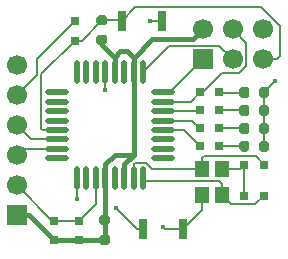
<source format=gbr>
%TF.GenerationSoftware,KiCad,Pcbnew,(5.1.8-0-10_14)*%
%TF.CreationDate,2020-12-07T18:30:00+01:00*%
%TF.ProjectId,cao,63616f2e-6b69-4636-9164-5f7063625858,rev?*%
%TF.SameCoordinates,Original*%
%TF.FileFunction,Copper,L1,Top*%
%TF.FilePolarity,Positive*%
%FSLAX46Y46*%
G04 Gerber Fmt 4.6, Leading zero omitted, Abs format (unit mm)*
G04 Created by KiCad (PCBNEW (5.1.8-0-10_14)) date 2020-12-07 18:30:00*
%MOMM*%
%LPD*%
G01*
G04 APERTURE LIST*
%TA.AperFunction,SMDPad,CuDef*%
%ADD10R,0.800000X1.700000*%
%TD*%
%TA.AperFunction,SMDPad,CuDef*%
%ADD11R,1.200000X1.400000*%
%TD*%
%TA.AperFunction,SMDPad,CuDef*%
%ADD12R,0.800000X0.800000*%
%TD*%
%TA.AperFunction,SMDPad,CuDef*%
%ADD13O,2.000000X0.550000*%
%TD*%
%TA.AperFunction,SMDPad,CuDef*%
%ADD14O,0.550000X2.000000*%
%TD*%
%TA.AperFunction,ComponentPad*%
%ADD15C,1.700000*%
%TD*%
%TA.AperFunction,ComponentPad*%
%ADD16R,1.700000X1.700000*%
%TD*%
%TA.AperFunction,SMDPad,CuDef*%
%ADD17R,0.800000X0.655600*%
%TD*%
%TA.AperFunction,SMDPad,CuDef*%
%ADD18R,0.655600X0.800000*%
%TD*%
%TA.AperFunction,ViaPad*%
%ADD19C,0.450000*%
%TD*%
%TA.AperFunction,Conductor*%
%ADD20C,0.200000*%
%TD*%
%TA.AperFunction,Conductor*%
%ADD21C,0.450000*%
%TD*%
G04 APERTURE END LIST*
D10*
%TO.P,SW2,2*%
%TO.N,GND*%
X137270000Y-93850000D03*
%TO.P,SW2,1*%
%TO.N,/BUT_0*%
X133870000Y-93850000D03*
%TD*%
%TO.P,SW1,2*%
%TO.N,GND*%
X135450000Y-76260000D03*
%TO.P,SW1,1*%
%TO.N,/RESET*%
X132050000Y-76260000D03*
%TD*%
D11*
%TO.P,Y1,3*%
%TO.N,Net-(C1-Pad1)*%
X140560000Y-90980000D03*
%TO.P,Y1,4*%
%TO.N,Net-(C1-Pad2)*%
X140560000Y-88780000D03*
%TO.P,Y1,1*%
%TO.N,Net-(C2-Pad1)*%
X138860000Y-88780000D03*
%TO.P,Y1,2*%
%TO.N,GND*%
X138860000Y-90980000D03*
%TD*%
%TO.P,R2,2*%
%TO.N,+5V*%
%TA.AperFunction,SMDPad,CuDef*%
G36*
G01*
X130357500Y-94340000D02*
X130882500Y-94340000D01*
G75*
G02*
X131095000Y-94552500I0J-212500D01*
G01*
X131095000Y-94977500D01*
G75*
G02*
X130882500Y-95190000I-212500J0D01*
G01*
X130357500Y-95190000D01*
G75*
G02*
X130145000Y-94977500I0J212500D01*
G01*
X130145000Y-94552500D01*
G75*
G02*
X130357500Y-94340000I212500J0D01*
G01*
G37*
%TD.AperFunction*%
%TO.P,R2,1*%
%TA.AperFunction,SMDPad,CuDef*%
G36*
G01*
X130357500Y-92690000D02*
X130882500Y-92690000D01*
G75*
G02*
X131095000Y-92902500I0J-212500D01*
G01*
X131095000Y-93327500D01*
G75*
G02*
X130882500Y-93540000I-212500J0D01*
G01*
X130357500Y-93540000D01*
G75*
G02*
X130145000Y-93327500I0J212500D01*
G01*
X130145000Y-92902500D01*
G75*
G02*
X130357500Y-92690000I212500J0D01*
G01*
G37*
%TD.AperFunction*%
%TD*%
%TO.P,R1,2*%
%TO.N,+5V*%
%TA.AperFunction,SMDPad,CuDef*%
G36*
G01*
X130117500Y-77440000D02*
X130642500Y-77440000D01*
G75*
G02*
X130855000Y-77652500I0J-212500D01*
G01*
X130855000Y-78077500D01*
G75*
G02*
X130642500Y-78290000I-212500J0D01*
G01*
X130117500Y-78290000D01*
G75*
G02*
X129905000Y-78077500I0J212500D01*
G01*
X129905000Y-77652500D01*
G75*
G02*
X130117500Y-77440000I212500J0D01*
G01*
G37*
%TD.AperFunction*%
%TO.P,R1,1*%
%TO.N,/RESET*%
%TA.AperFunction,SMDPad,CuDef*%
G36*
G01*
X130117500Y-75790000D02*
X130642500Y-75790000D01*
G75*
G02*
X130855000Y-76002500I0J-212500D01*
G01*
X130855000Y-76427500D01*
G75*
G02*
X130642500Y-76640000I-212500J0D01*
G01*
X130117500Y-76640000D01*
G75*
G02*
X129905000Y-76427500I0J212500D01*
G01*
X129905000Y-76002500D01*
G75*
G02*
X130117500Y-75790000I212500J0D01*
G01*
G37*
%TD.AperFunction*%
%TD*%
%TO.P,R3,2*%
%TO.N,GND*%
%TA.AperFunction,SMDPad,CuDef*%
G36*
G01*
X143680000Y-87132500D02*
X143680000Y-86607500D01*
G75*
G02*
X143892500Y-86395000I212500J0D01*
G01*
X144317500Y-86395000D01*
G75*
G02*
X144530000Y-86607500I0J-212500D01*
G01*
X144530000Y-87132500D01*
G75*
G02*
X144317500Y-87345000I-212500J0D01*
G01*
X143892500Y-87345000D01*
G75*
G02*
X143680000Y-87132500I0J212500D01*
G01*
G37*
%TD.AperFunction*%
%TO.P,R3,1*%
%TO.N,Net-(D1-Pad2)*%
%TA.AperFunction,SMDPad,CuDef*%
G36*
G01*
X142030000Y-87132500D02*
X142030000Y-86607500D01*
G75*
G02*
X142242500Y-86395000I212500J0D01*
G01*
X142667500Y-86395000D01*
G75*
G02*
X142880000Y-86607500I0J-212500D01*
G01*
X142880000Y-87132500D01*
G75*
G02*
X142667500Y-87345000I-212500J0D01*
G01*
X142242500Y-87345000D01*
G75*
G02*
X142030000Y-87132500I0J212500D01*
G01*
G37*
%TD.AperFunction*%
%TD*%
%TO.P,R6,2*%
%TO.N,GND*%
%TA.AperFunction,SMDPad,CuDef*%
G36*
G01*
X143680000Y-82578500D02*
X143680000Y-82053500D01*
G75*
G02*
X143892500Y-81841000I212500J0D01*
G01*
X144317500Y-81841000D01*
G75*
G02*
X144530000Y-82053500I0J-212500D01*
G01*
X144530000Y-82578500D01*
G75*
G02*
X144317500Y-82791000I-212500J0D01*
G01*
X143892500Y-82791000D01*
G75*
G02*
X143680000Y-82578500I0J212500D01*
G01*
G37*
%TD.AperFunction*%
%TO.P,R6,1*%
%TO.N,Net-(D4-Pad2)*%
%TA.AperFunction,SMDPad,CuDef*%
G36*
G01*
X142030000Y-82578500D02*
X142030000Y-82053500D01*
G75*
G02*
X142242500Y-81841000I212500J0D01*
G01*
X142667500Y-81841000D01*
G75*
G02*
X142880000Y-82053500I0J-212500D01*
G01*
X142880000Y-82578500D01*
G75*
G02*
X142667500Y-82791000I-212500J0D01*
G01*
X142242500Y-82791000D01*
G75*
G02*
X142030000Y-82578500I0J212500D01*
G01*
G37*
%TD.AperFunction*%
%TD*%
%TO.P,R4,2*%
%TO.N,GND*%
%TA.AperFunction,SMDPad,CuDef*%
G36*
G01*
X143680000Y-85626500D02*
X143680000Y-85101500D01*
G75*
G02*
X143892500Y-84889000I212500J0D01*
G01*
X144317500Y-84889000D01*
G75*
G02*
X144530000Y-85101500I0J-212500D01*
G01*
X144530000Y-85626500D01*
G75*
G02*
X144317500Y-85839000I-212500J0D01*
G01*
X143892500Y-85839000D01*
G75*
G02*
X143680000Y-85626500I0J212500D01*
G01*
G37*
%TD.AperFunction*%
%TO.P,R4,1*%
%TO.N,Net-(D2-Pad2)*%
%TA.AperFunction,SMDPad,CuDef*%
G36*
G01*
X142030000Y-85626500D02*
X142030000Y-85101500D01*
G75*
G02*
X142242500Y-84889000I212500J0D01*
G01*
X142667500Y-84889000D01*
G75*
G02*
X142880000Y-85101500I0J-212500D01*
G01*
X142880000Y-85626500D01*
G75*
G02*
X142667500Y-85839000I-212500J0D01*
G01*
X142242500Y-85839000D01*
G75*
G02*
X142030000Y-85626500I0J212500D01*
G01*
G37*
%TD.AperFunction*%
%TD*%
%TO.P,R5,2*%
%TO.N,GND*%
%TA.AperFunction,SMDPad,CuDef*%
G36*
G01*
X143680000Y-84102500D02*
X143680000Y-83577500D01*
G75*
G02*
X143892500Y-83365000I212500J0D01*
G01*
X144317500Y-83365000D01*
G75*
G02*
X144530000Y-83577500I0J-212500D01*
G01*
X144530000Y-84102500D01*
G75*
G02*
X144317500Y-84315000I-212500J0D01*
G01*
X143892500Y-84315000D01*
G75*
G02*
X143680000Y-84102500I0J212500D01*
G01*
G37*
%TD.AperFunction*%
%TO.P,R5,1*%
%TO.N,Net-(D3-Pad2)*%
%TA.AperFunction,SMDPad,CuDef*%
G36*
G01*
X142030000Y-84102500D02*
X142030000Y-83577500D01*
G75*
G02*
X142242500Y-83365000I212500J0D01*
G01*
X142667500Y-83365000D01*
G75*
G02*
X142880000Y-83577500I0J-212500D01*
G01*
X142880000Y-84102500D01*
G75*
G02*
X142667500Y-84315000I-212500J0D01*
G01*
X142242500Y-84315000D01*
G75*
G02*
X142030000Y-84102500I0J212500D01*
G01*
G37*
%TD.AperFunction*%
%TD*%
D12*
%TO.P,D2,1*%
%TO.N,/LED_1*%
X138684000Y-85344000D03*
%TO.P,D2,2*%
%TO.N,Net-(D2-Pad2)*%
X140284000Y-85344000D03*
%TD*%
%TO.P,D3,1*%
%TO.N,/LED_2*%
X138684000Y-83820000D03*
%TO.P,D3,2*%
%TO.N,Net-(D3-Pad2)*%
X140284000Y-83820000D03*
%TD*%
D13*
%TO.P,U1,32*%
%TO.N,Net-(U1-Pad32)*%
X126564000Y-87890000D03*
%TO.P,U1,31*%
%TO.N,/MCU_TX*%
X126564000Y-87090000D03*
%TO.P,U1,30*%
%TO.N,/MCU_RX*%
X126564000Y-86290000D03*
%TO.P,U1,29*%
%TO.N,/RESET*%
X126564000Y-85490000D03*
%TO.P,U1,28*%
%TO.N,Net-(U1-Pad28)*%
X126564000Y-84690000D03*
%TO.P,U1,27*%
%TO.N,Net-(U1-Pad27)*%
X126564000Y-83890000D03*
%TO.P,U1,26*%
%TO.N,Net-(U1-Pad26)*%
X126564000Y-83090000D03*
%TO.P,U1,25*%
%TO.N,Net-(U1-Pad25)*%
X126564000Y-82290000D03*
D14*
%TO.P,U1,24*%
%TO.N,Net-(U1-Pad24)*%
X128264000Y-80590000D03*
%TO.P,U1,23*%
%TO.N,Net-(U1-Pad23)*%
X129064000Y-80590000D03*
%TO.P,U1,22*%
%TO.N,Net-(U1-Pad22)*%
X129864000Y-80590000D03*
%TO.P,U1,21*%
%TO.N,GND*%
X130664000Y-80590000D03*
%TO.P,U1,20*%
%TO.N,+5V*%
X131464000Y-80590000D03*
%TO.P,U1,19*%
%TO.N,Net-(U1-Pad19)*%
X132264000Y-80590000D03*
%TO.P,U1,18*%
%TO.N,+5V*%
X133064000Y-80590000D03*
%TO.P,U1,17*%
%TO.N,/SCK*%
X133864000Y-80590000D03*
D13*
%TO.P,U1,16*%
%TO.N,/MISO*%
X135564000Y-82290000D03*
%TO.P,U1,15*%
%TO.N,/LED_3*%
X135564000Y-83090000D03*
%TO.P,U1,14*%
%TO.N,/LED_2*%
X135564000Y-83890000D03*
%TO.P,U1,13*%
%TO.N,/LED_1*%
X135564000Y-84690000D03*
%TO.P,U1,12*%
%TO.N,/LED_0*%
X135564000Y-85490000D03*
%TO.P,U1,11*%
%TO.N,Net-(U1-Pad11)*%
X135564000Y-86290000D03*
%TO.P,U1,10*%
%TO.N,Net-(U1-Pad10)*%
X135564000Y-87090000D03*
%TO.P,U1,9*%
%TO.N,Net-(U1-Pad9)*%
X135564000Y-87890000D03*
D14*
%TO.P,U1,8*%
%TO.N,Net-(C1-Pad1)*%
X133864000Y-89590000D03*
%TO.P,U1,7*%
%TO.N,Net-(C2-Pad1)*%
X133064000Y-89590000D03*
%TO.P,U1,6*%
%TO.N,+5V*%
X132264000Y-89590000D03*
%TO.P,U1,5*%
%TO.N,N/C*%
X131464000Y-89590000D03*
%TO.P,U1,4*%
%TO.N,+5V*%
X130664000Y-89590000D03*
%TO.P,U1,3*%
%TO.N,GND*%
X129864000Y-89590000D03*
%TO.P,U1,2*%
%TO.N,Net-(U1-Pad2)*%
X129064000Y-89590000D03*
%TO.P,U1,1*%
%TO.N,/BUT_0*%
X128264000Y-89590000D03*
%TD*%
D15*
%TO.P,J2,5*%
%TO.N,/RESET*%
X144018000Y-79502000D03*
%TO.P,J2,6*%
%TO.N,GND*%
X144018000Y-76962000D03*
%TO.P,J2,3*%
%TO.N,/SCK*%
X141478000Y-79502000D03*
%TO.P,J2,4*%
%TO.N,/LED_3*%
X141478000Y-76962000D03*
D16*
%TO.P,J2,1*%
%TO.N,/MISO*%
X138938000Y-79502000D03*
D15*
%TO.P,J2,2*%
%TO.N,+5V*%
X138938000Y-76962000D03*
%TD*%
%TO.P,J1,6*%
%TO.N,Net-(J1-Pad6)*%
X123190000Y-80010000D03*
%TO.P,J1,5*%
%TO.N,Net-(C3-Pad2)*%
X123190000Y-82550000D03*
%TO.P,J1,4*%
%TO.N,/MCU_RX*%
X123190000Y-85090000D03*
%TO.P,J1,3*%
%TO.N,/MCU_TX*%
X123190000Y-87630000D03*
%TO.P,J1,2*%
%TO.N,GND*%
X123190000Y-90170000D03*
D16*
%TO.P,J1,1*%
%TO.N,+5V*%
X123190000Y-92710000D03*
%TD*%
D12*
%TO.P,D4,1*%
%TO.N,/LED_3*%
X138684000Y-82296000D03*
%TO.P,D4,2*%
%TO.N,Net-(D4-Pad2)*%
X140284000Y-82296000D03*
%TD*%
%TO.P,D1,1*%
%TO.N,/LED_0*%
X138684000Y-86868000D03*
%TO.P,D1,2*%
%TO.N,Net-(D1-Pad2)*%
X140284000Y-86868000D03*
%TD*%
D17*
%TO.P,C5,2*%
%TO.N,GND*%
X128475000Y-93165000D03*
%TO.P,C5,1*%
%TO.N,+5V*%
X128485000Y-94825000D03*
%TD*%
%TO.P,C4,2*%
%TO.N,GND*%
X126355000Y-93165000D03*
%TO.P,C4,1*%
%TO.N,+5V*%
X126365000Y-94825000D03*
%TD*%
%TO.P,C3,2*%
%TO.N,Net-(C3-Pad2)*%
X128075000Y-76255000D03*
%TO.P,C3,1*%
%TO.N,/RESET*%
X128085000Y-77915000D03*
%TD*%
D18*
%TO.P,C2,2*%
%TO.N,Net-(C1-Pad2)*%
X142430000Y-88430000D03*
%TO.P,C2,1*%
%TO.N,Net-(C2-Pad1)*%
X144090000Y-88420000D03*
%TD*%
%TO.P,C1,2*%
%TO.N,Net-(C1-Pad2)*%
X142430000Y-91060000D03*
%TO.P,C1,1*%
%TO.N,Net-(C1-Pad1)*%
X144090000Y-91050000D03*
%TD*%
D19*
%TO.N,GND*%
X134490000Y-76240000D03*
X130660000Y-82110000D03*
X145060000Y-81310000D03*
X135560000Y-93710000D03*
%TO.N,/BUT_0*%
X128250000Y-91340000D03*
X131610000Y-92110000D03*
%TD*%
D20*
%TO.N,Net-(C1-Pad2)*%
X142290000Y-88570000D02*
X142430000Y-88430000D01*
X142430000Y-88430000D02*
X142430000Y-91060000D01*
X142080000Y-88780000D02*
X142430000Y-88430000D01*
X140560000Y-88780000D02*
X142080000Y-88780000D01*
%TO.N,Net-(C1-Pad1)*%
X143379999Y-91760001D02*
X144090000Y-91050000D01*
X141340001Y-91760001D02*
X143379999Y-91760001D01*
X140560000Y-90980000D02*
X141340001Y-91760001D01*
X134054001Y-89780001D02*
X133864000Y-89590000D01*
X140260001Y-89780001D02*
X134054001Y-89780001D01*
X140560000Y-90080000D02*
X140260001Y-89780001D01*
X140560000Y-90980000D02*
X140560000Y-90080000D01*
%TO.N,Net-(C2-Pad1)*%
X133064000Y-89590000D02*
X133064000Y-88851814D01*
X134592186Y-88780000D02*
X138860000Y-88780000D01*
X133164010Y-88289990D02*
X134102176Y-88289990D01*
X134102176Y-88289990D02*
X134592186Y-88780000D01*
X133064000Y-88390000D02*
X133164010Y-88289990D01*
X133064000Y-89590000D02*
X133064000Y-88390000D01*
X143399999Y-87729999D02*
X144090000Y-88420000D01*
X139010001Y-87729999D02*
X143399999Y-87729999D01*
X138860000Y-87880000D02*
X139010001Y-87729999D01*
X138860000Y-88780000D02*
X138860000Y-87880000D01*
%TO.N,Net-(C3-Pad2)*%
X124863982Y-80876018D02*
X123190000Y-82550000D01*
X124863982Y-79466018D02*
X124863982Y-80876018D01*
X128075000Y-76255000D02*
X124863982Y-79466018D01*
%TO.N,/RESET*%
X145475001Y-79247080D02*
X145220081Y-79502000D01*
X145220081Y-79502000D02*
X144018000Y-79502000D01*
X145475001Y-76716999D02*
X145475001Y-79247080D01*
X143868001Y-75109999D02*
X145475001Y-76716999D01*
X133200001Y-75109999D02*
X143868001Y-75109999D01*
X132050000Y-76260000D02*
X133200001Y-75109999D01*
X128680000Y-77915000D02*
X130380000Y-76215000D01*
X128085000Y-77915000D02*
X128680000Y-77915000D01*
X132005000Y-76215000D02*
X132050000Y-76260000D01*
X130380000Y-76215000D02*
X132005000Y-76215000D01*
X125364000Y-85490000D02*
X126564000Y-85490000D01*
X125263990Y-85389990D02*
X125364000Y-85490000D01*
X125263990Y-80736010D02*
X125263990Y-85389990D01*
X128085000Y-77915000D02*
X125263990Y-80736010D01*
%TO.N,GND*%
X126185000Y-93165000D02*
X126355000Y-93165000D01*
X123190000Y-90170000D02*
X126185000Y-93165000D01*
X126355000Y-93165000D02*
X128475000Y-93165000D01*
X129864000Y-91776000D02*
X129864000Y-89590000D01*
X128475000Y-93165000D02*
X129864000Y-91776000D01*
X130664000Y-82106000D02*
X130660000Y-82110000D01*
X130664000Y-80590000D02*
X130664000Y-82106000D01*
X135430000Y-76240000D02*
X135450000Y-76260000D01*
X134490000Y-76240000D02*
X135430000Y-76240000D01*
X144105000Y-82265000D02*
X145060000Y-81310000D01*
X144105000Y-86870000D02*
X144105000Y-82265000D01*
X135700000Y-93850000D02*
X135560000Y-93710000D01*
X137270000Y-93850000D02*
X135700000Y-93850000D01*
X138860000Y-92260000D02*
X137270000Y-93850000D01*
X138860000Y-90980000D02*
X138860000Y-92260000D01*
D21*
%TO.N,+5V*%
X124250000Y-92710000D02*
X126365000Y-94825000D01*
X123190000Y-92710000D02*
X124250000Y-92710000D01*
X126365000Y-94825000D02*
X128485000Y-94825000D01*
X132264000Y-88390000D02*
X132264000Y-89590000D01*
D20*
X132163990Y-88289990D02*
X132264000Y-88390000D01*
D21*
X131680000Y-87570000D02*
X133079980Y-87570000D01*
D20*
X130664000Y-88390000D02*
X130764010Y-88289990D01*
D21*
X130664000Y-89590000D02*
X130664000Y-88390000D01*
X133064000Y-87590000D02*
X133064000Y-80590000D01*
X132264000Y-88390000D02*
X133064000Y-87590000D01*
D20*
X131464000Y-79390000D02*
X131464000Y-80590000D01*
X131564010Y-79289990D02*
X131464000Y-79390000D01*
D21*
X131464000Y-79374000D02*
X130380000Y-78290000D01*
X131464000Y-80590000D02*
X131464000Y-79374000D01*
X133064000Y-80590000D02*
X133064000Y-79390000D01*
X131484000Y-87570000D02*
X130664000Y-88390000D01*
X131680000Y-87570000D02*
X131484000Y-87570000D01*
D20*
X130560000Y-94825000D02*
X130620000Y-94765000D01*
D21*
X128485000Y-94825000D02*
X130560000Y-94825000D01*
D20*
X130620000Y-89634000D02*
X130664000Y-89590000D01*
D21*
X130620000Y-94765000D02*
X130620000Y-89634000D01*
D20*
X131464000Y-79374000D02*
X131464000Y-79296000D01*
D21*
X131464000Y-79296000D02*
X131920000Y-78840000D01*
X132514000Y-78840000D02*
X133064000Y-79390000D01*
X131920000Y-78840000D02*
X132514000Y-78840000D01*
X134642001Y-77811999D02*
X138088001Y-77811999D01*
X138088001Y-77811999D02*
X138938000Y-76962000D01*
X133064000Y-79390000D02*
X134642001Y-77811999D01*
D20*
%TO.N,/LED_0*%
X137306000Y-85490000D02*
X138684000Y-86868000D01*
X135564000Y-85490000D02*
X137306000Y-85490000D01*
%TO.N,Net-(D1-Pad2)*%
X142453000Y-86868000D02*
X142455000Y-86870000D01*
X140284000Y-86868000D02*
X142453000Y-86868000D01*
%TO.N,/LED_1*%
X138030000Y-84690000D02*
X138684000Y-85344000D01*
X135564000Y-84690000D02*
X138030000Y-84690000D01*
%TO.N,Net-(D2-Pad2)*%
X142435000Y-85344000D02*
X142455000Y-85364000D01*
X140284000Y-85344000D02*
X142435000Y-85344000D01*
%TO.N,/LED_2*%
X138614000Y-83890000D02*
X138684000Y-83820000D01*
X135564000Y-83890000D02*
X138614000Y-83890000D01*
%TO.N,Net-(D3-Pad2)*%
X142435000Y-83820000D02*
X142455000Y-83840000D01*
X140284000Y-83820000D02*
X142435000Y-83820000D01*
%TO.N,/LED_3*%
X137890000Y-83090000D02*
X138684000Y-82296000D01*
X135564000Y-83090000D02*
X137890000Y-83090000D01*
X142628001Y-78112001D02*
X141478000Y-76962000D01*
X142628001Y-80054001D02*
X142628001Y-78112001D01*
X142030001Y-80652001D02*
X142628001Y-80054001D01*
X140587997Y-80652001D02*
X142030001Y-80652001D01*
X138684000Y-82555998D02*
X140587997Y-80652001D01*
X138684000Y-82296000D02*
X138684000Y-82555998D01*
%TO.N,Net-(D4-Pad2)*%
X140304000Y-82316000D02*
X140284000Y-82296000D01*
X142455000Y-82316000D02*
X140304000Y-82316000D01*
%TO.N,/MCU_RX*%
X124390000Y-86290000D02*
X126564000Y-86290000D01*
X123190000Y-85090000D02*
X124390000Y-86290000D01*
%TO.N,/MCU_TX*%
X123730000Y-87090000D02*
X126564000Y-87090000D01*
X123190000Y-87630000D02*
X123730000Y-87090000D01*
%TO.N,/SCK*%
X140327999Y-78351999D02*
X141478000Y-79502000D01*
X136102001Y-78351999D02*
X140327999Y-78351999D01*
X133864000Y-80590000D02*
X136102001Y-78351999D01*
%TO.N,/MISO*%
X136150000Y-82290000D02*
X138938000Y-79502000D01*
X135564000Y-82290000D02*
X136150000Y-82290000D01*
%TO.N,/BUT_0*%
X128264000Y-91326000D02*
X128250000Y-91340000D01*
X128264000Y-89590000D02*
X128264000Y-91326000D01*
X133870000Y-93850000D02*
X133870000Y-93820000D01*
X133350000Y-93850000D02*
X131610000Y-92110000D01*
X133870000Y-93850000D02*
X133350000Y-93850000D01*
%TD*%
M02*

</source>
